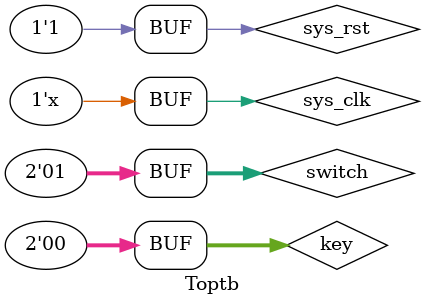
<source format=v>
module Toptb;

	// Inputs
	reg sys_clk;
	reg sys_rst;
	reg [1:0] switch;
	reg [1:0] key;

	// Outputs
	wire [1:0] com;
	wire [7:0] seg;
	wire [3:0] led;

	// Instantiate the Unit Under Test (UUT)
	Top uut (
		.sys_clk(sys_clk), 
		.sys_rst(sys_rst), 
		.switch(switch), 
		.key(key), 
		.com(com), 
		.seg(seg), 
		.led(led)
	);

	initial begin
		// Initialize Inputs
		sys_clk = 0;
		sys_rst = 1;
		switch = 2'b00;
		key = 2'b00;

		// Wait 100 ns for global reset to finish
		#100;
		
		// Add stimulus here
		sys_rst = 0;
		#10;
		sys_rst = 1;
		#10;
		switch = 2'b00;
		key = 2'b10;
		#2000000;
		key = 2'b00;
		#2000000;
		key = 2'b10;
		#2000000;
		key = 2'b00;
		#2000000;
		switch = 2'b01;
		#10;
		key = 2'b01;
		#2000000;
		key = 2'b00;
		#2000000;
		key = 2'b01;
		#2000000;
		key = 2'b00;
	end

	always #1 sys_clk = ~sys_clk;
      
endmodule

</source>
